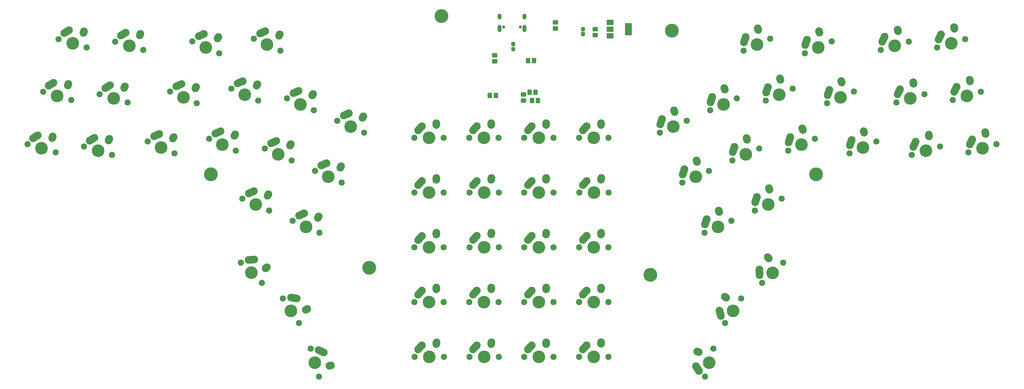
<source format=gbr>
%TF.GenerationSoftware,KiCad,Pcbnew,(5.99.0-9650-gad505e29c0)*%
%TF.CreationDate,2021-03-24T15:12:51-04:00*%
%TF.ProjectId,Hangulator,48616e67-756c-4617-946f-722e6b696361,rev?*%
%TF.SameCoordinates,Original*%
%TF.FileFunction,Soldermask,Bot*%
%TF.FilePolarity,Negative*%
%FSLAX46Y46*%
G04 Gerber Fmt 4.6, Leading zero omitted, Abs format (unit mm)*
G04 Created by KiCad (PCBNEW (5.99.0-9650-gad505e29c0)) date 2021-03-24 15:12:51*
%MOMM*%
%LPD*%
G01*
G04 APERTURE LIST*
G04 Aperture macros list*
%AMRoundRect*
0 Rectangle with rounded corners*
0 $1 Rounding radius*
0 $2 $3 $4 $5 $6 $7 $8 $9 X,Y pos of 4 corners*
0 Add a 4 corners polygon primitive as box body*
4,1,4,$2,$3,$4,$5,$6,$7,$8,$9,$2,$3,0*
0 Add four circle primitives for the rounded corners*
1,1,$1+$1,$2,$3*
1,1,$1+$1,$4,$5*
1,1,$1+$1,$6,$7*
1,1,$1+$1,$8,$9*
0 Add four rect primitives between the rounded corners*
20,1,$1+$1,$2,$3,$4,$5,0*
20,1,$1+$1,$4,$5,$6,$7,0*
20,1,$1+$1,$6,$7,$8,$9,0*
20,1,$1+$1,$8,$9,$2,$3,0*%
%AMHorizOval*
0 Thick line with rounded ends*
0 $1 width*
0 $2 $3 position (X,Y) of the first rounded end (center of the circle)*
0 $4 $5 position (X,Y) of the second rounded end (center of the circle)*
0 Add line between two ends*
20,1,$1,$2,$3,$4,$5,0*
0 Add two circle primitives to create the rounded ends*
1,1,$1,$2,$3*
1,1,$1,$4,$5*%
G04 Aperture macros list end*
%ADD10C,4.800000*%
%ADD11C,2.150000*%
%ADD12C,2.650000*%
%ADD13C,4.387800*%
%ADD14HorizOval,2.650000X0.655001X0.730000X-0.655001X-0.730000X0*%
%ADD15HorizOval,2.650000X0.020000X0.290000X-0.020000X-0.290000X0*%
%ADD16HorizOval,2.650000X0.420851X0.885895X-0.420851X-0.885895X0*%
%ADD17HorizOval,2.650000X-0.063138X0.283749X0.063138X-0.283749X0*%
%ADD18HorizOval,2.650000X0.301618X0.933248X-0.301618X-0.933248X0*%
%ADD19HorizOval,2.650000X-0.099635X0.273080X0.099635X-0.273080X0*%
%ADD20HorizOval,2.650000X-0.035933X0.980120X0.035933X-0.980120X0*%
%ADD21HorizOval,2.650000X-0.187064X0.222502X0.187064X-0.222502X0*%
%ADD22HorizOval,2.650000X-0.256647X0.946603X0.256647X-0.946603X0*%
%ADD23HorizOval,2.650000X-0.232535X0.174435X0.232535X-0.174435X0*%
%ADD24HorizOval,2.650000X-0.513616X0.835538X0.513616X-0.835538X0*%
%ADD25HorizOval,2.650000X-0.272342X0.101636X0.272342X-0.101636X0*%
%ADD26HorizOval,2.650000X0.886115X-0.420387X-0.886115X0.420387X0*%
%ADD27HorizOval,2.650000X0.283716X0.063287X-0.283716X-0.063287X0*%
%ADD28HorizOval,2.650000X0.895221X0.400632X-0.895221X-0.400632X0*%
%ADD29HorizOval,2.650000X0.136180X0.256817X-0.136180X-0.256817X0*%
%ADD30HorizOval,2.650000X0.968782X-0.152927X-0.968782X0.152927X0*%
%ADD31HorizOval,2.650000X0.254280X0.140861X-0.254280X-0.140861X0*%
%ADD32HorizOval,2.650000X0.978268X0.070116X-0.978268X-0.070116X0*%
%ADD33HorizOval,2.650000X0.215838X0.194715X-0.215838X-0.194715X0*%
%ADD34HorizOval,2.650000X0.835269X0.514054X-0.835269X-0.514054X0*%
%ADD35HorizOval,2.650000X0.101493X0.272395X-0.101493X-0.272395X0*%
%ADD36C,1.050000*%
%ADD37O,1.400000X2.000000*%
%ADD38O,1.400000X2.500000*%
%ADD39RoundRect,0.335106X-0.589894X0.452394X-0.589894X-0.452394X0.589894X-0.452394X0.589894X0.452394X0*%
%ADD40RoundRect,0.335106X0.452394X0.589894X-0.452394X0.589894X-0.452394X-0.589894X0.452394X-0.589894X0*%
%ADD41RoundRect,0.337500X0.337500X-0.400000X0.337500X0.400000X-0.337500X0.400000X-0.337500X-0.400000X0*%
%ADD42RoundRect,0.335106X-0.452394X-0.589894X0.452394X-0.589894X0.452394X0.589894X-0.452394X0.589894X0*%
%ADD43RoundRect,0.200000X-1.000000X-0.750000X1.000000X-0.750000X1.000000X0.750000X-1.000000X0.750000X0*%
%ADD44RoundRect,0.200000X-1.000000X-1.900000X1.000000X-1.900000X1.000000X1.900000X-1.000000X1.900000X0*%
%ADD45RoundRect,0.335106X0.589894X-0.452394X0.589894X0.452394X-0.589894X0.452394X-0.589894X-0.452394X0*%
G04 APERTURE END LIST*
D10*
%TO.C,*%
X267500000Y-152500000D03*
%TD*%
%TO.C,*%
X347500000Y-157500000D03*
%TD*%
%TO.C,*%
X340000000Y-242500000D03*
%TD*%
%TO.C,*%
X242500000Y-240000000D03*
%TD*%
%TO.C,*%
X397500000Y-207500000D03*
%TD*%
%TO.C,REF\u002A\u002A*%
X187500000Y-207500000D03*
%TD*%
D11*
%TO.C,MX62*%
X325480000Y-270990000D03*
X315320000Y-270990000D03*
D12*
X317900000Y-266990000D03*
D13*
X320400000Y-270990000D03*
D14*
X317245001Y-267720000D03*
D12*
X322940000Y-265910000D03*
D15*
X322920000Y-266200000D03*
%TD*%
D11*
%TO.C,MX61*%
X325480000Y-251950000D03*
X315320000Y-251950000D03*
D12*
X317900000Y-247950000D03*
D13*
X320400000Y-251950000D03*
D14*
X317245001Y-248680000D03*
D12*
X322940000Y-246870000D03*
D15*
X322920000Y-247160000D03*
%TD*%
D11*
%TO.C,MX60*%
X325490000Y-232900000D03*
X315330000Y-232900000D03*
D12*
X317910000Y-228900000D03*
D13*
X320410000Y-232900000D03*
D14*
X317255001Y-229630000D03*
D12*
X322950000Y-227820000D03*
D15*
X322930000Y-228110000D03*
%TD*%
D11*
%TO.C,MX59*%
X325500000Y-213850000D03*
X315340000Y-213850000D03*
D12*
X317920000Y-209850000D03*
D13*
X320420000Y-213850000D03*
D14*
X317265001Y-210580000D03*
D12*
X322960000Y-208770000D03*
D15*
X322940000Y-209060000D03*
%TD*%
D11*
%TO.C,MX58*%
X325490000Y-194800000D03*
X315330000Y-194800000D03*
D12*
X317910000Y-190800000D03*
D13*
X320410000Y-194800000D03*
D14*
X317255001Y-191530000D03*
D12*
X322950000Y-189720000D03*
D15*
X322930000Y-190010000D03*
%TD*%
D11*
%TO.C,MX57*%
X306440000Y-271000000D03*
X296280000Y-271000000D03*
D12*
X298860000Y-267000000D03*
D13*
X301360000Y-271000000D03*
D14*
X298205001Y-267730000D03*
D12*
X303900000Y-265920000D03*
D15*
X303880000Y-266210000D03*
%TD*%
D11*
%TO.C,MX56*%
X306440000Y-251950000D03*
X296280000Y-251950000D03*
D12*
X298860000Y-247950000D03*
D13*
X301360000Y-251950000D03*
D14*
X298205001Y-248680000D03*
D12*
X303900000Y-246870000D03*
D15*
X303880000Y-247160000D03*
%TD*%
D11*
%TO.C,MX55*%
X306440000Y-232900000D03*
X296280000Y-232900000D03*
D12*
X298860000Y-228900000D03*
D13*
X301360000Y-232900000D03*
D14*
X298205001Y-229630000D03*
D12*
X303900000Y-227820000D03*
D15*
X303880000Y-228110000D03*
%TD*%
D11*
%TO.C,MX54*%
X306440000Y-213850000D03*
X296280000Y-213850000D03*
D12*
X298860000Y-209850000D03*
D13*
X301360000Y-213850000D03*
D14*
X298205001Y-210580000D03*
D12*
X303900000Y-208770000D03*
D15*
X303880000Y-209060000D03*
%TD*%
D11*
%TO.C,MX53*%
X306430000Y-194800000D03*
X296270000Y-194800000D03*
D12*
X298850000Y-190800000D03*
D13*
X301350000Y-194800000D03*
D14*
X298195001Y-191530000D03*
D12*
X303890000Y-189720000D03*
D15*
X303870000Y-190010000D03*
%TD*%
D11*
%TO.C,MX52*%
X287400000Y-271000000D03*
X277240000Y-271000000D03*
D12*
X279820000Y-267000000D03*
D13*
X282320000Y-271000000D03*
D14*
X279165001Y-267730000D03*
D12*
X284860000Y-265920000D03*
D15*
X284840000Y-266210000D03*
%TD*%
D11*
%TO.C,MX51*%
X287390000Y-251950000D03*
X277230000Y-251950000D03*
D12*
X279810000Y-247950000D03*
D13*
X282310000Y-251950000D03*
D14*
X279155001Y-248680000D03*
D12*
X284850000Y-246870000D03*
D15*
X284830000Y-247160000D03*
%TD*%
D11*
%TO.C,MX50*%
X287400000Y-232890000D03*
X277240000Y-232890000D03*
D12*
X279820000Y-228890000D03*
D13*
X282320000Y-232890000D03*
D14*
X279165001Y-229620000D03*
D12*
X284860000Y-227810000D03*
D15*
X284840000Y-228100000D03*
%TD*%
D11*
%TO.C,MX49*%
X287400000Y-213850000D03*
X277240000Y-213850000D03*
D12*
X279820000Y-209850000D03*
D13*
X282320000Y-213850000D03*
D14*
X279165001Y-210580000D03*
D12*
X284860000Y-208770000D03*
D15*
X284840000Y-209060000D03*
%TD*%
D11*
%TO.C,MX48*%
X287390000Y-194800000D03*
X277230000Y-194800000D03*
D12*
X279810000Y-190800000D03*
D13*
X282310000Y-194800000D03*
D14*
X279155001Y-191530000D03*
D12*
X284850000Y-189720000D03*
D15*
X284830000Y-190010000D03*
%TD*%
D11*
%TO.C,MX47*%
X268350000Y-271000000D03*
X258190000Y-271000000D03*
D12*
X260770000Y-267000000D03*
D13*
X263270000Y-271000000D03*
D14*
X260115001Y-267730000D03*
D12*
X265810000Y-265920000D03*
D15*
X265790000Y-266210000D03*
%TD*%
D11*
%TO.C,MX46*%
X268340000Y-251950000D03*
X258180000Y-251950000D03*
D12*
X260760000Y-247950000D03*
D13*
X263260000Y-251950000D03*
D14*
X260105001Y-248680000D03*
D12*
X265800000Y-246870000D03*
D15*
X265780000Y-247160000D03*
%TD*%
D11*
%TO.C,MX45*%
X268340000Y-232910000D03*
X258180000Y-232910000D03*
D12*
X260760000Y-228910000D03*
D13*
X263260000Y-232910000D03*
D14*
X260105001Y-229640000D03*
D12*
X265800000Y-227830000D03*
D15*
X265780000Y-228120000D03*
%TD*%
D11*
%TO.C,MX44*%
X268340000Y-213850000D03*
X258180000Y-213850000D03*
D12*
X260760000Y-209850000D03*
D13*
X263260000Y-213850000D03*
D14*
X260105001Y-210580000D03*
D12*
X265800000Y-208770000D03*
D15*
X265780000Y-209060000D03*
%TD*%
D11*
%TO.C,MX43*%
X268340000Y-194800000D03*
X258180000Y-194800000D03*
D12*
X260760000Y-190800000D03*
D13*
X263260000Y-194800000D03*
D14*
X260105001Y-191530000D03*
D12*
X265800000Y-189720000D03*
D15*
X265780000Y-190010000D03*
%TD*%
D11*
%TO.C,MX42*%
X460091056Y-197028052D03*
X450348944Y-199911948D03*
D12*
X451687435Y-195344143D03*
D13*
X455220000Y-198470000D03*
D16*
X451266585Y-196230038D03*
D12*
X456213580Y-192877970D03*
D17*
X456276719Y-193161719D03*
%TD*%
D11*
%TO.C,MX41*%
X454681056Y-178758052D03*
X444938944Y-181641948D03*
D12*
X446277435Y-177074143D03*
D13*
X449810000Y-180200000D03*
D16*
X445856585Y-177960038D03*
D12*
X450803580Y-174607970D03*
D17*
X450866719Y-174891719D03*
%TD*%
D11*
%TO.C,MX40*%
X449271056Y-160498052D03*
X439528944Y-163381948D03*
D12*
X440867435Y-158814143D03*
D13*
X444400000Y-161940000D03*
D16*
X440446585Y-159700038D03*
D12*
X445393580Y-156347970D03*
D17*
X445456719Y-156631719D03*
%TD*%
D11*
%TO.C,MX39*%
X440471056Y-197858052D03*
X430728944Y-200741948D03*
D12*
X432067435Y-196174143D03*
D13*
X435600000Y-199300000D03*
D16*
X431646585Y-197060038D03*
D12*
X436593580Y-193707970D03*
D17*
X436656719Y-193991719D03*
%TD*%
D11*
%TO.C,MX38*%
X435061056Y-179598052D03*
X425318944Y-182481948D03*
D12*
X426657435Y-177914143D03*
D13*
X430190000Y-181040000D03*
D16*
X426236585Y-178800038D03*
D12*
X431183580Y-175447970D03*
D17*
X431246719Y-175731719D03*
%TD*%
D11*
%TO.C,MX37*%
X429651056Y-161338052D03*
X419908944Y-164221948D03*
D12*
X421247435Y-159654143D03*
D13*
X424780000Y-162780000D03*
D16*
X420826585Y-160540038D03*
D12*
X425773580Y-157187970D03*
D17*
X425836719Y-157471719D03*
%TD*%
D11*
%TO.C,MX36*%
X418391171Y-196084588D03*
X409108829Y-200215412D03*
D12*
X409839650Y-195511977D03*
D13*
X413750000Y-198150000D03*
D18*
X409538033Y-196445225D03*
D12*
X414005174Y-192476122D03*
D19*
X414104809Y-192749203D03*
%TD*%
D11*
%TO.C,MX35*%
X410631171Y-178674588D03*
X401348829Y-182805412D03*
D12*
X402079650Y-178101977D03*
D13*
X405990000Y-180740000D03*
D18*
X401778033Y-179035225D03*
D12*
X406245174Y-175066122D03*
D19*
X406344809Y-175339203D03*
%TD*%
D11*
%TO.C,MX34*%
X402901171Y-161274588D03*
X393618829Y-165405412D03*
D12*
X394349650Y-160701977D03*
D13*
X398260000Y-163340000D03*
D18*
X394048033Y-161635225D03*
D12*
X398515174Y-157666122D03*
D19*
X398614809Y-157939203D03*
%TD*%
D11*
%TO.C,MX33*%
X386074246Y-238211135D03*
X378765754Y-245268865D03*
D12*
X377843017Y-240599287D03*
D13*
X382420000Y-241740000D03*
D20*
X377878950Y-241579405D03*
D12*
X380718259Y-236321322D03*
D21*
X380905323Y-236543823D03*
%TD*%
D11*
%TO.C,MX32*%
X397101171Y-195124588D03*
X387818829Y-199255412D03*
D12*
X388549650Y-194551977D03*
D13*
X392460000Y-197190000D03*
D18*
X388248033Y-195485225D03*
D12*
X392715174Y-191516122D03*
D19*
X392814809Y-191789203D03*
%TD*%
D11*
%TO.C,MX31*%
X389361171Y-177724588D03*
X380078829Y-181855412D03*
D12*
X380809650Y-177151977D03*
D13*
X384720000Y-179790000D03*
D18*
X380508033Y-178085225D03*
D12*
X384975174Y-174116122D03*
D19*
X385074809Y-174389203D03*
%TD*%
D11*
%TO.C,MX30*%
X381621171Y-160324588D03*
X372338829Y-164455412D03*
D12*
X373069650Y-159751977D03*
D13*
X376980000Y-162390000D03*
D18*
X372768033Y-160685225D03*
D12*
X377235174Y-156716122D03*
D19*
X377334809Y-156989203D03*
%TD*%
D11*
%TO.C,MX29*%
X371471559Y-250706176D03*
X365948441Y-259233824D03*
D12*
X363993624Y-254893882D03*
D13*
X368710000Y-254970000D03*
D22*
X364250272Y-255840485D03*
D12*
X365826956Y-250076529D03*
D23*
X366059491Y-250250964D03*
%TD*%
D11*
%TO.C,MX28*%
X385521171Y-215934588D03*
X376238829Y-220065412D03*
D12*
X376969650Y-215361977D03*
D13*
X380880000Y-218000000D03*
D18*
X376668033Y-216295225D03*
D12*
X381135174Y-212326122D03*
D19*
X381234809Y-212599203D03*
%TD*%
D11*
%TO.C,MX27*%
X377771171Y-198524588D03*
X368488829Y-202655412D03*
D12*
X369219650Y-197951977D03*
D13*
X373130000Y-200590000D03*
D18*
X368918033Y-198885225D03*
D12*
X373385174Y-194916122D03*
D19*
X373484809Y-195189203D03*
%TD*%
D11*
%TO.C,MX26*%
X370011171Y-181114588D03*
X360728829Y-185245412D03*
D12*
X361459650Y-180541977D03*
D13*
X365370000Y-183180000D03*
D18*
X361158033Y-181475225D03*
D12*
X365625174Y-177506122D03*
D19*
X365724809Y-177779203D03*
%TD*%
D11*
%TO.C,MX25*%
X361854498Y-268129700D03*
X358965502Y-277870300D03*
D12*
X355864243Y-274259401D03*
D13*
X360410000Y-273000000D03*
D24*
X356377860Y-275094938D03*
D12*
X356261949Y-269120352D03*
D25*
X356534291Y-269221988D03*
%TD*%
D11*
%TO.C,MX24*%
X368101171Y-223674588D03*
X358818829Y-227805412D03*
D12*
X359549650Y-223101977D03*
D13*
X363460000Y-225740000D03*
D18*
X359248033Y-224035225D03*
D12*
X363715174Y-220066122D03*
D19*
X363814809Y-220339203D03*
%TD*%
D11*
%TO.C,MX23*%
X360361171Y-206264588D03*
X351078829Y-210395412D03*
D12*
X351809650Y-205691977D03*
D13*
X355720000Y-208330000D03*
D18*
X351508033Y-206625225D03*
D12*
X355975174Y-202656122D03*
D19*
X356074809Y-202929203D03*
%TD*%
D11*
%TO.C,MX22*%
X352621171Y-188864588D03*
X343338829Y-192995412D03*
D12*
X344069650Y-188291977D03*
D13*
X347980000Y-190930000D03*
D18*
X343768033Y-189225225D03*
D12*
X348235174Y-185256122D03*
D19*
X348334809Y-185529203D03*
%TD*%
D11*
%TO.C,MX21*%
X225034498Y-277870300D03*
X222145502Y-268129700D03*
D12*
X226714007Y-269465799D03*
D13*
X223590000Y-273000000D03*
D26*
X225827892Y-269045413D03*
D12*
X229182549Y-273990652D03*
D27*
X228898833Y-274053939D03*
%TD*%
D11*
%TO.C,MX20*%
X225181171Y-227805412D03*
X215898829Y-223674588D03*
D12*
X219882268Y-221069091D03*
D13*
X220540000Y-225740000D03*
D28*
X218987048Y-221469723D03*
D12*
X224925998Y-222131535D03*
D29*
X224789818Y-222388352D03*
%TD*%
D11*
%TO.C,MX19*%
X232931171Y-210395412D03*
X223648829Y-206264588D03*
D12*
X227632268Y-203659091D03*
D13*
X228290000Y-208330000D03*
D28*
X226737048Y-204059723D03*
D12*
X232675998Y-204721535D03*
D29*
X232539818Y-204978352D03*
%TD*%
D11*
%TO.C,MX18*%
X240671171Y-192995412D03*
X231388829Y-188864588D03*
D12*
X235372268Y-186259091D03*
D13*
X236030000Y-190930000D03*
D28*
X234477048Y-186659723D03*
D12*
X240415998Y-187321535D03*
D29*
X240279818Y-187578352D03*
%TD*%
D11*
%TO.C,MX17*%
X218051559Y-259223824D03*
X212528441Y-250696176D03*
D12*
X217288306Y-250687206D03*
D13*
X215290000Y-254960000D03*
D30*
X216319524Y-250534280D03*
D12*
X220934603Y-254330353D03*
D31*
X220680324Y-254471214D03*
%TD*%
D11*
%TO.C,MX16*%
X207761171Y-220065412D03*
X198478829Y-215934588D03*
D12*
X202462268Y-213329091D03*
D13*
X203120000Y-218000000D03*
D28*
X201567048Y-213729723D03*
D12*
X207505998Y-214391535D03*
D29*
X207369818Y-214648352D03*
%TD*%
D11*
%TO.C,MX15*%
X215511171Y-202645412D03*
X206228829Y-198514588D03*
D12*
X210212268Y-195909091D03*
D13*
X210870000Y-200580000D03*
D28*
X209317048Y-196309723D03*
D12*
X215255998Y-196971535D03*
D29*
X215119818Y-197228352D03*
%TD*%
D11*
%TO.C,MX14*%
X223251171Y-185245412D03*
X213968829Y-181114588D03*
D12*
X217952268Y-178509091D03*
D13*
X218610000Y-183180000D03*
D28*
X217057048Y-178909723D03*
D12*
X222995998Y-179571535D03*
D29*
X222859818Y-179828352D03*
%TD*%
D11*
%TO.C,MX13*%
X205234246Y-245258865D03*
X197925754Y-238201135D03*
D12*
X202560284Y-237115995D03*
D13*
X201580000Y-241730000D03*
D32*
X201582016Y-237186113D03*
D12*
X206935988Y-239840186D03*
D33*
X206720150Y-240034902D03*
%TD*%
D11*
%TO.C,MX12*%
X196181171Y-199245412D03*
X186898829Y-195114588D03*
D12*
X190882268Y-192509091D03*
D13*
X191540000Y-197180000D03*
D28*
X189987048Y-192909723D03*
D12*
X195925998Y-193571535D03*
D29*
X195789818Y-193828352D03*
%TD*%
D11*
%TO.C,MX11*%
X203921171Y-181855412D03*
X194638829Y-177724588D03*
D12*
X198622268Y-175119091D03*
D13*
X199280000Y-179790000D03*
D28*
X197727048Y-175519723D03*
D12*
X203665998Y-176181535D03*
D29*
X203529818Y-176438352D03*
%TD*%
D11*
%TO.C,MX10*%
X211671171Y-164445412D03*
X202388829Y-160314588D03*
D12*
X206372268Y-157709091D03*
D13*
X207030000Y-162380000D03*
D28*
X205477048Y-158109723D03*
D12*
X211415998Y-158771535D03*
D29*
X211279818Y-159028352D03*
%TD*%
D11*
%TO.C,MX9*%
X174911171Y-200215412D03*
X165628829Y-196084588D03*
D12*
X169612268Y-193479091D03*
D13*
X170270000Y-198150000D03*
D28*
X168717048Y-193879723D03*
D12*
X174655998Y-194541535D03*
D29*
X174519818Y-194798352D03*
%TD*%
D11*
%TO.C,MX8*%
X182651171Y-182805412D03*
X173368829Y-178674588D03*
D12*
X177352268Y-176069091D03*
D13*
X178010000Y-180740000D03*
D28*
X176457048Y-176469723D03*
D12*
X182395998Y-177131535D03*
D29*
X182259818Y-177388352D03*
%TD*%
D11*
%TO.C,MX7*%
X190391171Y-165405412D03*
X181108829Y-161274588D03*
D12*
X185092268Y-158669091D03*
D13*
X185750000Y-163340000D03*
D28*
X184197048Y-159069723D03*
D12*
X190135998Y-159731535D03*
D29*
X189999818Y-159988352D03*
%TD*%
D11*
%TO.C,MX6*%
X153271056Y-200751948D03*
X143528944Y-197868052D03*
D12*
X147138219Y-194764903D03*
D13*
X148400000Y-199310000D03*
D34*
X146302951Y-195278957D03*
D12*
X152277476Y-195159918D03*
D35*
X152175982Y-195432313D03*
%TD*%
D11*
%TO.C,MX5*%
X158681056Y-182491948D03*
X148938944Y-179608052D03*
D12*
X152548219Y-176504903D03*
D13*
X153810000Y-181050000D03*
D34*
X151712951Y-177018957D03*
D12*
X157687476Y-176899918D03*
D35*
X157585982Y-177172313D03*
%TD*%
D11*
%TO.C,MX4*%
X164091056Y-164211948D03*
X154348944Y-161328052D03*
D12*
X157958219Y-158224903D03*
D13*
X159220000Y-162770000D03*
D34*
X157122951Y-158738957D03*
D12*
X163097476Y-158619918D03*
D35*
X162995982Y-158892313D03*
%TD*%
D11*
%TO.C,MX3*%
X133651056Y-199911948D03*
X123908944Y-197028052D03*
D12*
X127518219Y-193924903D03*
D13*
X128780000Y-198470000D03*
D34*
X126682951Y-194438957D03*
D12*
X132657476Y-194319918D03*
D35*
X132555982Y-194592313D03*
%TD*%
D11*
%TO.C,MX2*%
X139061056Y-181651948D03*
X129318944Y-178768052D03*
D12*
X132928219Y-175664903D03*
D13*
X134190000Y-180210000D03*
D34*
X132092951Y-176178957D03*
D12*
X138067476Y-176059918D03*
D35*
X137965982Y-176332313D03*
%TD*%
D11*
%TO.C,MX1*%
X144471056Y-163371948D03*
X134728944Y-160488052D03*
D12*
X138338219Y-157384903D03*
D13*
X139600000Y-161930000D03*
D34*
X137502951Y-157898957D03*
D12*
X143477476Y-157779918D03*
D35*
X143375982Y-158052313D03*
%TD*%
D36*
%TO.C,USB1*%
X294890000Y-156250000D03*
X289110000Y-156250000D03*
D37*
X296320000Y-152600000D03*
X287680000Y-152600000D03*
D38*
X287680000Y-156780000D03*
X296320000Y-156780000D03*
%TD*%
D39*
%TO.C,C2*%
X320900000Y-157012500D03*
X320900000Y-159087500D03*
%TD*%
%TO.C,C1*%
X307075000Y-154687500D03*
X307075000Y-156762500D03*
%TD*%
D40*
%TO.C,C8*%
X300987500Y-181800000D03*
X298912500Y-181800000D03*
%TD*%
D41*
%TO.C,C10*%
X316625000Y-158762500D03*
X316625000Y-157037500D03*
%TD*%
D42*
%TO.C,C4*%
X297587500Y-167950000D03*
X299662500Y-167950000D03*
%TD*%
D43*
%TO.C,U1*%
X326075000Y-159300000D03*
D44*
X332375000Y-157000000D03*
D43*
X326075000Y-157000000D03*
X326075000Y-154700000D03*
%TD*%
D42*
%TO.C,C5*%
X298087500Y-178925000D03*
X300162500Y-178925000D03*
%TD*%
D45*
%TO.C,C3*%
X286000000Y-168187500D03*
X286000000Y-166112500D03*
%TD*%
D40*
%TO.C,C6*%
X286387500Y-180025000D03*
X284312500Y-180025000D03*
%TD*%
D39*
%TO.C,C7*%
X296000000Y-179737500D03*
X296000000Y-181812500D03*
%TD*%
D41*
%TO.C,C9*%
X292450000Y-163937500D03*
X292450000Y-162212500D03*
%TD*%
M02*

</source>
